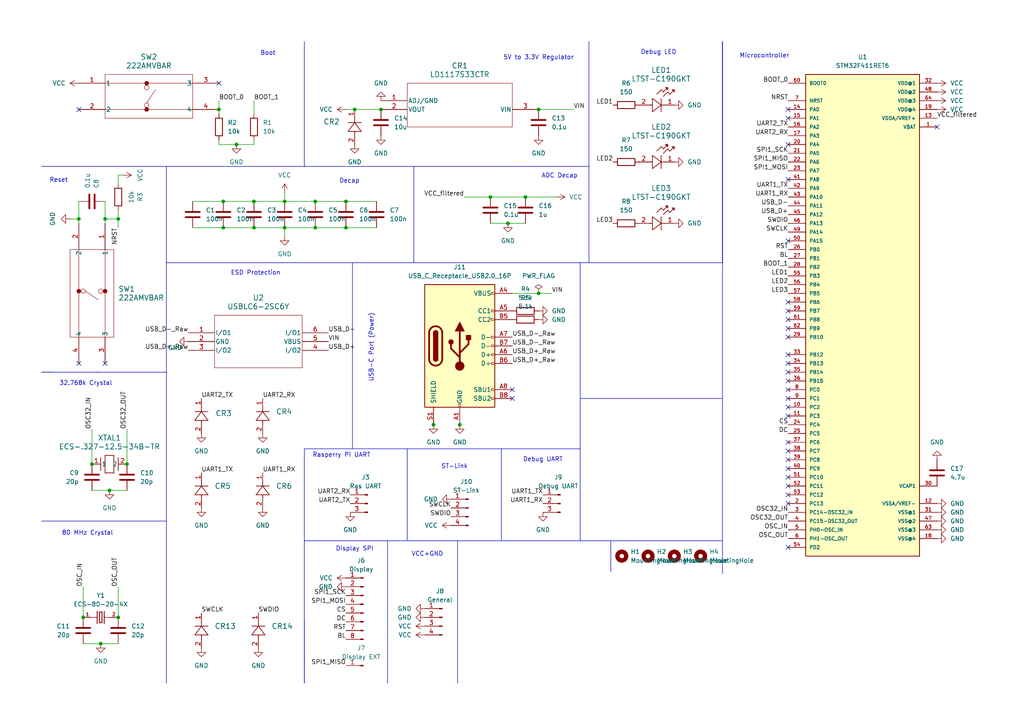
<source format=kicad_sch>
(kicad_sch (version 20250114) (generator "eeschema") (generator_version "9.0")
  (paper "A4")
  (text "Microcontroller" (at 221.742 16.256 0) (effects (font (size 1.27 1.27))))
  (text "Rasperry Pi UART" (at 99.06 132.08 0) (effects (font (size 1.27 1.27))))
  (text "Boot" (at 77.724 15.494 0) (effects (font (size 1.27 1.27))))
  (text "Debug LED" (at 191.008 15.24 0) (effects (font (size 1.27 1.27))))
  (text "32.768k Crystal" (at 24.892 111.252 0) (effects (font (size 1.27 1.27))))
  (text "Reset" (at 17.018 52.324 0) (effects (font (size 1.27 1.27))))
  (text "Debug UART" (at 157.48 133.35 0) (effects (font (size 1.27 1.27))))
  (text "USB-C Port (Power)" (at 107.696 100.838 90) (effects (font (size 1.27 1.27))))
  (text "ADC Decap" (at 162.306 51.054 0) (effects (font (size 1.27 1.27))))
  (text "VCC+GND" (at 123.952 160.782 0) (effects (font (size 1.27 1.27))))
  (text "Display SPI" (at 102.87 159.258 0) (effects (font (size 1.27 1.27))))
  (text "Decap" (at 101.346 52.578 0) (effects (font (size 1.27 1.27))))
  (text "ST-Link" (at 131.826 135.382 0) (effects (font (size 1.27 1.27))))
  (text "ESD Protection" (at 74.168 79.248 0) (effects (font (size 1.27 1.27))))
  (text "5V to 3.3V Regulator" (at 156.21 16.764 0) (effects (font (size 1.27 1.27))))
  (text "80 MHz Crystal" (at 25.4 154.686 0) (effects (font (size 1.27 1.27))))
  (junction (at 63.5 31.75))
  (junction (at 34.29 179.07))
  (junction (at 36.83 134.62))
  (junction (at 34.29 63.5))
  (junction (at 91.44 58.42))
  (junction (at 100.33 58.42))
  (junction (at 30.48 63.5))
  (junction (at 29.21 186.69))
  (junction (at 110.49 31.75))
  (junction (at 24.13 179.07))
  (junction (at 31.75 142.24))
  (junction (at 64.77 66.04))
  (junction (at 73.66 58.42))
  (junction (at 26.67 134.62))
  (junction (at 142.24 57.15))
  (junction (at 125.73 123.19))
  (junction (at 22.86 63.5))
  (junction (at 91.44 66.04))
  (junction (at 152.4 57.15))
  (junction (at 82.55 58.42))
  (junction (at 102.87 31.75))
  (junction (at 68.58 41.91))
  (junction (at 133.35 123.19))
  (junction (at 100.33 66.04))
  (junction (at 82.55 66.04))
  (junction (at 156.21 85.09))
  (junction (at 156.21 31.75))
  (junction (at 64.77 58.42))
  (junction (at 147.32 64.77))
  (junction (at 73.66 66.04))
  (no_connect (at 228.6 120.65))
  (no_connect (at 228.6 158.75))
  (no_connect (at 271.78 36.83))
  (no_connect (at 228.6 34.29))
  (no_connect (at 228.6 31.75))
  (no_connect (at 228.6 135.89))
  (no_connect (at 228.6 90.17))
  (no_connect (at 228.6 41.91))
  (no_connect (at 148.59 115.57))
  (no_connect (at 228.6 128.27))
  (no_connect (at 30.48 105.41))
  (no_connect (at 228.6 118.11))
  (no_connect (at 148.59 113.03))
  (no_connect (at 228.6 69.85))
  (no_connect (at 228.6 110.49))
  (no_connect (at 228.6 138.43))
  (no_connect (at 228.6 87.63))
  (no_connect (at 228.6 113.03))
  (no_connect (at 228.6 105.41))
  (no_connect (at 228.6 133.35))
  (no_connect (at 228.6 146.05))
  (no_connect (at 228.6 97.79))
  (no_connect (at 228.6 102.87))
  (no_connect (at 228.6 115.57))
  (no_connect (at 228.6 95.25))
  (no_connect (at 22.86 105.41))
  (no_connect (at 63.5 24.13))
  (no_connect (at 228.6 52.07))
  (no_connect (at 228.6 130.81))
  (no_connect (at 228.6 107.95))
  (no_connect (at 228.6 143.51))
  (no_connect (at 228.6 140.97))
  (no_connect (at 228.6 92.71))
  (no_connect (at 22.86 31.75))
  (wire (pts (xy 142.24 57.15) (xy 152.4 57.15)))
  (polyline (pts (xy 118.11 130.175) (xy 118.11 156.21)))
  (polyline (pts (xy 12.065 151.13) (xy 48.26 151.13)))
  (polyline (pts (xy 88.265 156.845) (xy 176.53 156.845)))
  (wire (pts (xy 34.29 50.8) (xy 34.29 53.34)))
  (polyline (pts (xy 48.26 48.26) (xy 48.26 76.2)))
  (wire (pts (xy 24.13 186.69) (xy 29.21 186.69)))
  (wire (pts (xy 91.44 66.04) (xy 100.33 66.04)))
  (wire (pts (xy 125.73 121.92) (xy 125.73 123.19)))
  (wire (pts (xy 35.56 50.8) (xy 34.29 50.8)))
  (polyline (pts (xy 88.265 151.765) (xy 88.265 156.845)))
  (polyline (pts (xy 120.015 48.26) (xy 120.015 76.2)))
  (polyline (pts (xy 170.815 48.26) (xy 170.815 76.2)))
  (wire (pts (xy 30.48 63.5) (xy 30.48 64.77)))
  (wire (pts (xy 68.58 41.91) (xy 73.66 41.91)))
  (wire (pts (xy 30.48 63.5) (xy 34.29 63.5)))
  (wire (pts (xy 156.21 31.75) (xy 166.37 31.75)))
  (polyline (pts (xy 145.415 130.175) (xy 168.275 130.175)))
  (polyline (pts (xy 102.235 76.2) (xy 102.235 130.175)))
  (wire (pts (xy 64.77 66.04) (xy 73.66 66.04)))
  (wire (pts (xy 20.32 63.5) (xy 22.86 63.5)))
  (polyline (pts (xy 176.53 156.845) (xy 177.165 156.845)))
  (polyline (pts (xy 27.94 107.95) (xy 48.26 107.95)))
  (polyline (pts (xy 177.165 156.845) (xy 177.165 165.735)))
  (polyline (pts (xy 209.55 117.475) (xy 209.55 166.37)))
  (polyline (pts (xy 48.26 107.95) (xy 48.26 198.12)))
  (polyline (pts (xy 168.275 130.175) (xy 168.275 156.845)))
  (wire (pts (xy 91.44 58.42) (xy 100.33 58.42)))
  (wire (pts (xy 22.86 63.5) (xy 22.86 64.77)))
  (wire (pts (xy 73.66 58.42) (xy 82.55 58.42)))
  (wire (pts (xy 63.5 31.75) (xy 63.5 33.02)))
  (polyline (pts (xy 12.065 107.95) (xy 28.575 107.95)))
  (polyline (pts (xy 152.4 48.26) (xy 170.815 48.26)))
  (wire (pts (xy 55.88 58.42) (xy 64.77 58.42)))
  (polyline (pts (xy 12.065 107.95) (xy 15.24 107.95)))
  (polyline (pts (xy 48.26 76.2) (xy 48.26 107.95)))
  (wire (pts (xy 82.55 55.88) (xy 82.55 58.42)))
  (wire (pts (xy 82.55 66.04) (xy 91.44 66.04)))
  (wire (pts (xy 147.32 64.77) (xy 152.4 64.77)))
  (wire (pts (xy 160.02 85.09) (xy 156.21 85.09)))
  (wire (pts (xy 36.83 124.46) (xy 36.83 134.62)))
  (polyline (pts (xy 118.11 130.175) (xy 145.415 130.175)))
  (wire (pts (xy 22.86 58.42) (xy 22.86 63.5)))
  (wire (pts (xy 64.77 58.42) (xy 73.66 58.42)))
  (wire (pts (xy 24.13 170.18) (xy 24.13 179.07)))
  (wire (pts (xy 156.21 85.09) (xy 148.59 85.09)))
  (wire (pts (xy 34.29 63.5) (xy 34.29 66.04)))
  (wire (pts (xy 26.67 142.24) (xy 31.75 142.24)))
  (wire (pts (xy 34.29 170.18) (xy 34.29 179.07)))
  (wire (pts (xy 26.67 124.46) (xy 26.67 134.62)))
  (wire (pts (xy 100.33 31.75) (xy 102.87 31.75)))
  (polyline (pts (xy 168.275 115.57) (xy 209.55 115.57)))
  (wire (pts (xy 73.66 29.21) (xy 73.66 33.02)))
  (polyline (pts (xy 145.415 130.175) (xy 145.415 156.845)))
  (wire (pts (xy 73.66 41.91) (xy 73.66 40.64)))
  (wire (pts (xy 133.35 121.92) (xy 133.35 123.19)))
  (wire (pts (xy 55.88 66.04) (xy 64.77 66.04)))
  (wire (pts (xy 63.5 41.91) (xy 63.5 40.64)))
  (wire (pts (xy 34.29 60.96) (xy 34.29 63.5)))
  (polyline (pts (xy 209.55 12.065) (xy 209.55 76.2)))
  (wire (pts (xy 100.33 66.04) (xy 109.22 66.04)))
  (polyline (pts (xy 112.395 156.845) (xy 112.395 198.12)))
  (wire (pts (xy 102.87 31.75) (xy 110.49 31.75)))
  (wire (pts (xy 30.48 58.42) (xy 30.48 63.5)))
  (polyline (pts (xy 170.815 12.065) (xy 170.815 48.26)))
  (wire (pts (xy 82.55 66.04) (xy 82.55 68.58)))
  (wire (pts (xy 63.5 41.91) (xy 68.58 41.91)))
  (wire (pts (xy 134.62 57.15) (xy 142.24 57.15)))
  (polyline (pts (xy 12.065 48.26) (xy 88.265 48.26)))
  (polyline (pts (xy 88.265 48.26) (xy 152.4 48.26)))
  (polyline (pts (xy 209.55 12.065) (xy 209.55 117.475)))
  (polyline (pts (xy 177.165 156.845) (xy 209.55 156.845)))
  (polyline (pts (xy 88.265 130.175) (xy 118.11 130.175)))
  (polyline (pts (xy 118.11 156.21) (xy 118.11 156.845)))
  (wire (pts (xy 82.55 58.42) (xy 91.44 58.42)))
  (polyline (pts (xy 88.265 76.2) (xy 168.275 76.2)))
  (polyline (pts (xy 88.265 130.175) (xy 88.265 151.765)))
  (polyline (pts (xy 78.105 76.2) (xy 88.265 76.2)))
  (wire (pts (xy 100.33 58.42) (xy 109.22 58.42)))
  (wire (pts (xy 63.5 29.21) (xy 63.5 31.75)))
  (wire (pts (xy 29.21 186.69) (xy 34.29 186.69)))
  (polyline (pts (xy 88.265 180.34) (xy 88.265 198.12)))
  (polyline (pts (xy 48.26 76.2) (xy 79.375 76.2)))
  (polyline (pts (xy 88.265 156.845) (xy 88.265 198.12)))
  (polyline (pts (xy 132.715 156.845) (xy 132.715 198.12)))
  (wire (pts (xy 142.24 64.77) (xy 147.32 64.77)))
  (polyline (pts (xy 88.265 12.065) (xy 88.265 48.26)))
  (polyline (pts (xy 168.275 76.2) (xy 209.55 76.2)))
  (polyline (pts (xy 168.275 76.2) (xy 168.275 130.175)))
  (wire (pts (xy 152.4 57.15) (xy 161.29 57.15)))
  (wire (pts (xy 31.75 142.24) (xy 36.83 142.24)))
  (wire (pts (xy 73.66 66.04) (xy 82.55 66.04)))
  (label "SWDIO" (at 228.6 64.77 180))
  (label "UART2_RX" (at 76.2 115.57 0))
  (label "USB_D+_Raw" (at 148.59 105.41 0))
  (label "UART2_RX" (at 228.6 39.37 180))
  (label "LED1" (at 228.6 80.01 180))
  (label "SWCLK" (at 58.42 177.8 0))
  (label "BOOT_0" (at 63.5 29.21 0))
  (label "OSC32_IN" (at 26.67 124.46 90))
  (label "UART1_TX" (at 157.48 143.51 180))
  (label "USB_D-_Raw" (at 54.61 96.52 180))
  (label "NRST" (at 34.29 66.04 270))
  (label "NRST" (at 228.6 29.21 180))
  (label "VIN" (at 160.02 85.09 0))
  (label "OSC_IN" (at 228.6 153.67 180))
  (label "LED3" (at 177.8 64.77 180))
  (label "BOOT_1" (at 73.66 29.21 0))
  (label "OSC32_OUT" (at 228.6 151.13 180))
  (label "SPI1_MOSI" (at 100.33 175.26 180))
  (label "SPI1_SCK" (at 228.6 44.45 180))
  (label "DC" (at 228.6 125.73 180))
  (label "UART2_TX" (at 58.42 115.57 0))
  (label "USB_D-" (at 228.6 59.69 180))
  (label "OSC32_IN" (at 228.6 148.59 180))
  (label "VCC_filtered" (at 134.62 57.15 180))
  (label "UART2_TX" (at 228.6 36.83 180))
  (label "USB_D-_Raw" (at 148.59 100.33 0))
  (label "UART1_RX" (at 157.48 146.05 180))
  (label "USB_D+" (at 228.6 62.23 180))
  (label "BL" (at 100.33 185.42 180))
  (label "SPI1_MISO" (at 100.33 193.04 180))
  (label "LED1" (at 177.8 30.48 180))
  (label "USB_D+_Raw" (at 148.59 102.87 0))
  (label "SPI1_MISO" (at 228.6 46.99 180))
  (label "SWCLK" (at 228.6 67.31 180))
  (label "UART1_RX" (at 228.6 57.15 180))
  (label "SWDIO" (at 130.81 149.86 180))
  (label "USB_D-" (at 95.25 96.52 0))
  (label "OSC_OUT" (at 228.6 156.21 180))
  (label "BL" (at 228.6 74.93 180))
  (label "CS" (at 100.33 177.8 180))
  (label "UART1_TX" (at 228.6 54.61 180))
  (label "SWDIO" (at 74.93 177.8 0))
  (label "BOOT_0" (at 228.6 24.13 180))
  (label "USB_D+" (at 95.25 101.6 0))
  (label "SPI1_MOSI" (at 228.6 49.53 180))
  (label "OSC_IN" (at 24.13 170.18 90))
  (label "USB_D-_Raw" (at 148.59 97.79 0))
  (label "BOOT_1" (at 228.6 77.47 180))
  (label "OSC32_OUT" (at 36.83 124.46 90))
  (label "VIN" (at 166.37 31.75 0))
  (label "OSC_OUT" (at 34.29 170.18 90))
  (label "LED2" (at 228.6 82.55 180))
  (label "LED3" (at 228.6 85.09 180))
  (label "UART1_RX" (at 76.2 137.16 0))
  (label "SWCLK" (at 130.81 147.32 180))
  (label "CS" (at 228.6 123.19 180))
  (label "VIN" (at 95.25 99.06 0))
  (label "VCC_filtered" (at 271.78 34.29 0))
  (label "UART2_RX" (at 101.6 143.51 180))
  (label "UART2_TX" (at 101.6 146.05 180))
  (label "SPI1_SCK" (at 100.33 172.72 180))
  (label "RST" (at 100.33 182.88 180))
  (label "LED2" (at 177.8 46.99 180))
  (label "DC" (at 100.33 180.34 180))
  (label "UART1_TX" (at 58.42 137.16 0))
  (label "RST" (at 228.6 72.39 180))
  (label "USB_D+_Raw" (at 54.61 101.6 180))
  (symbol (lib_id "power:VCC") (at 100.33 31.75 90) (unit 1)
    (property "Reference" "#PWR012" (effects (hide yes)))
    (property "Value" "VCC" (at 96.52 31.7499 90) (effects (justify left)))
    (property "Description" "Power symbol creates a global label with name \"VCC\"" (effects (hide yes)))
  )
  (symbol (lib_id "power:GND") (at 82.55 68.58 0) (unit 1)
    (property "Reference" "#PWR04" (effects (hide yes)))
    (property "Value" "GND" (at 82.55 73.66 0))
    (property "Description" "Power symbol creates a global label with name \"GND\" , ground" (effects (hide yes)))
  )
  (symbol (lib_id "Device:C") (at 271.78 137.16 0) (unit 1)
    (property "Reference" "C17" (at 275.59 135.8899 0) (effects (justify left)))
    (property "Value" "4.7u" (at 275.59 138.4299 0) (effects (justify left)))
    (property "Footprint" "Capacitor_SMD:C_0603_1608Metric_Pad1.08x0.95mm_HandSolder" (effects (hide yes)))
    (property "Description" "Unpolarized capacitor" (effects (hide yes)))
  )
  (symbol (lib_id "power:VCC") (at 271.78 24.13 270) (unit 1)
    (property "Reference" "#PWR025" (effects (hide yes)))
    (property "Value" "VCC" (at 275.59 24.1299 90) (effects (justify left)))
    (property "Description" "Power symbol creates a global label with name \"VCC\"" (effects (hide yes)))
  )
  (symbol (lib_id "Connector:Conn_01x04_Pin") (at 128.27 179.07 0) (mirror y) (unit 1)
    (property "Reference" "J8" (at 127.635 171.45 0))
    (property "Value" "General" (at 127.635 173.99 0))
    (property "Footprint" "Connector_PinHeader_2.54mm:PinHeader_1x04_P2.54mm_Vertical" (effects (hide yes)))
    (property "Description" "Generic connector, single row, 01x04, script generated" (effects (hide yes)))
  )
  (symbol (lib_id "Device:C") (at 91.44 62.23 0) (unit 1)
    (property "Reference" "C5" (at 95.25 60.9599 0) (effects (justify left)))
    (property "Value" "100n" (at 95.25 63.4999 0) (effects (justify left)))
    (property "Footprint" "Capacitor_SMD:C_0603_1608Metric_Pad1.08x0.95mm_HandSolder" (effects (hide yes)))
    (property "Description" "Unpolarized capacitor" (effects (hide yes)))
  )
  (symbol (lib_id "power:GND") (at 76.2 147.32 0) (unit 1)
    (property "Reference" "#PWR056" (effects (hide yes)))
    (property "Value" "GND" (at 76.2 152.4 0))
    (property "Description" "Power symbol creates a global label with name \"GND\" , ground" (effects (hide yes)))
  )
  (symbol (lib_id "Device:C") (at 24.13 182.88 0) (mirror y) (unit 1)
    (property "Reference" "C11" (at 20.32 181.6099 0) (effects (justify left)))
    (property "Value" "20p" (at 20.32 184.1499 0) (effects (justify left)))
    (property "Footprint" "Capacitor_SMD:C_0603_1608Metric_Pad1.08x0.95mm_HandSolder" (effects (hide yes)))
    (property "Description" "Unpolarized capacitor" (effects (hide yes)))
  )
  (symbol (lib_id "power:GND") (at 195.58 46.99 90) (unit 1)
    (property "Reference" "#PWR045" (effects (hide yes)))
    (property "Value" "GND" (at 199.39 46.9899 90) (effects (justify right)))
    (property "Description" "Power symbol creates a global label with name \"GND\" , ground" (effects (hide yes)))
  )
  (symbol (lib_id "2025-03-19_21-11-36:LD1117S33CTR") (at 110.49 29.21 0) (unit 1)
    (property "Reference" "CR1" (at 133.35 19.05 0) (effects (font (size 1.524 1.524))))
    (property "Value" "LD1117S33CTR" (at 133.35 21.59 0) (effects (font (size 1.524 1.524))))
    (property "Footprint" "LD1117S33CTR:SOT-223_STM-L" (effects (hide yes)))
    (property "Datasheet" "LD1117S33CTR" (effects (hide yes)))
  )
  (symbol (lib_id "power:VCC") (at 22.86 24.13 90) (unit 1)
    (property "Reference" "#PWR03" (effects (hide yes)))
    (property "Value" "VCC" (at 19.05 24.1299 90) (effects (justify left)))
    (property "Description" "Power symbol creates a global label with name \"VCC\"" (effects (hide yes)))
  )
  (symbol (lib_id "Device:C") (at 100.33 62.23 0) (unit 1)
    (property "Reference" "C6" (at 104.14 60.9599 0) (effects (justify left)))
    (property "Value" "100n" (at 104.14 63.4999 0) (effects (justify left)))
    (property "Footprint" "Capacitor_SMD:C_0603_1608Metric_Pad1.08x0.95mm_HandSolder" (effects (hide yes)))
    (property "Description" "Unpolarized capacitor" (effects (hide yes)))
  )
  (symbol (lib_id "2025-03-21_00-59-48:PESD3V3L1BA_115") (at 76.2 125.73 90) (unit 1)
    (property "Reference" "CR4" (at 80.01 119.3799 90) (effects (font (size 1.524 1.524)) (justify right)))
    (property "Value" "PESD3V3L1BA_115" (effects (hide yes)))
    (property "Footprint" "PESD3V3:DIODE_PESD3V3L1BA_115_NEX-L" (effects (hide yes)))
    (property "Datasheet" "PESD3V3L1BA_115" (effects (hide yes)))
  )
  (symbol (lib_id "power:PWR_FLAG") (at 156.21 85.09 0) (unit 1)
    (property "Reference" "#FLG01" (effects (hide yes)))
    (property "Value" "PWR_FLAG" (at 156.21 80.01 0))
    (property "Description" "Special symbol for telling ERC where power comes from" (effects (hide yes)))
  )
  (symbol (lib_id "power:GND") (at 76.2 125.73 0) (unit 1)
    (property "Reference" "#PWR054" (effects (hide yes)))
    (property "Value" "GND" (at 76.2 130.81 0))
    (property "Description" "Power symbol creates a global label with name \"GND\" , ground" (effects (hide yes)))
  )
  (symbol (lib_id "2025-03-21_00-59-48:PESD3V3L1BA_115") (at 58.42 187.96 90) (unit 1)
    (property "Reference" "CR13" (at 62.23 181.6099 90) (effects (font (size 1.524 1.524)) (justify right)))
    (property "Value" "PESD3V3L1BA_115" (effects (hide yes)))
    (property "Footprint" "PESD3V3:DIODE_PESD3V3L1BA_115_NEX-L" (effects (hide yes)))
    (property "Datasheet" "PESD3V3L1BA_115" (effects (hide yes)))
  )
  (symbol (lib_id "2025-03-20_05-34-50:LTST-C190GKT") (at 185.42 30.48 0) (unit 1)
    (property "Reference" "LED1" (at 191.77 20.32 0) (effects (font (size 1.524 1.524))))
    (property "Value" "LTST-C190GKT" (at 191.77 22.86 0) (effects (font (size 1.524 1.524))))
    (property "Footprint" "LTST_C190GKT:LED_LTST-C190CKT_LTO" (effects (hide yes)))
    (property "Datasheet" "LTST-C190GKT" (effects (hide yes)))
  )
  (symbol (lib_id "power:VCC") (at 271.78 31.75 270) (unit 1)
    (property "Reference" "#PWR030" (effects (hide yes)))
    (property "Value" "VCC" (at 275.59 31.7499 90) (effects (justify left)))
    (property "Description" "Power symbol creates a global label with name \"VCC\"" (effects (hide yes)))
  )
  (symbol (lib_id "power:GND") (at 133.35 123.19 0) (unit 1)
    (property "Reference" "#PWR021" (effects (hide yes)))
    (property "Value" "GND" (at 133.35 128.27 0))
    (property "Description" "Power symbol creates a global label with name \"GND\" , ground" (effects (hide yes)))
  )
  (symbol (lib_id "Connector:Conn_01x03_Pin") (at 162.56 146.05 0) (mirror y) (unit 1)
    (property "Reference" "J9" (at 161.925 138.43 0))
    (property "Value" "Debug UART" (at 161.925 140.97 0))
    (property "Footprint" "Connector_PinHeader_2.54mm:PinHeader_1x03_P2.54mm_Vertical" (effects (hide yes)))
    (property "Description" "Generic connector, single row, 01x03, script generated" (effects (hide yes)))
  )
  (symbol (lib_id "2025-03-21_01-10-42:USBLC6-2SC6Y") (at 54.61 96.52 0) (unit 1)
    (property "Reference" "U2" (at 74.93 86.36 0) (effects (font (size 1.524 1.524))))
    (property "Value" "USBLC6-2SC6Y" (at 74.93 88.9 0) (effects (font (size 1.524 1.524))))
    (property "Footprint" "USBLC6_2SC6Y:SOT23-6L_STM-L" (effects (hide yes)))
    (property "Datasheet" "USBLC6-2SC6Y" (effects (hide yes)))
  )
  (symbol (lib_id "Connector:Conn_01x01_Pin") (at 105.41 193.04 0) (mirror y) (unit 1)
    (property "Reference" "J7" (at 104.775 187.96 0))
    (property "Value" "Display EXT" (at 104.775 190.5 0))
    (property "Footprint" "Connector_PinHeader_2.54mm:PinHeader_1x01_P2.54mm_Vertical" (effects (hide yes)))
    (property "Description" "Generic connector, single row, 01x01, script generated" (effects (hide yes)))
  )
  (symbol (lib_id "power:GND") (at 58.42 147.32 0) (unit 1)
    (property "Reference" "#PWR055" (effects (hide yes)))
    (property "Value" "GND" (at 58.42 152.4 0))
    (property "Description" "Power symbol creates a global label with name \"GND\" , ground" (effects (hide yes)))
  )
  (symbol (lib_id "power:GND") (at 195.58 64.77 90) (unit 1)
    (property "Reference" "#PWR046" (effects (hide yes)))
    (property "Value" "GND" (at 199.39 64.7699 90) (effects (justify right)))
    (property "Description" "Power symbol creates a global label with name \"GND\" , ground" (effects (hide yes)))
  )
  (symbol (lib_id "2025-03-21_00-59-48:PESD3V3L1BA_115") (at 102.87 41.91 270) (mirror x) (unit 1)
    (property "Reference" "CR2" (at 98.552 35.306 90) (effects (font (size 1.524 1.524)) (justify right)))
    (property "Value" "PESD3V3L1BA_115" (effects (hide yes)))
    (property "Footprint" "PESD3V3:DIODE_PESD3V3L1BA_115_NEX-L" (effects (hide yes)))
    (property "Datasheet" "PESD3V3L1BA_115" (effects (hide yes)))
  )
  (symbol (lib_id "Device:C") (at 73.66 62.23 0) (unit 1)
    (property "Reference" "C3" (at 77.47 60.9599 0) (effects (justify left)))
    (property "Value" "100n" (at 77.47 63.4999 0) (effects (justify left)))
    (property "Footprint" "Capacitor_SMD:C_0603_1608Metric_Pad1.08x0.95mm_HandSolder" (effects (hide yes)))
    (property "Description" "Unpolarized capacitor" (effects (hide yes)))
  )
  (symbol (lib_id "2025-03-21_00-59-48:PESD3V3L1BA_115") (at 58.42 147.32 90) (unit 1)
    (property "Reference" "CR5" (at 62.23 140.9699 90) (effects (font (size 1.524 1.524)) (justify right)))
    (property "Value" "PESD3V3L1BA_115" (effects (hide yes)))
    (property "Footprint" "PESD3V3:DIODE_PESD3V3L1BA_115_NEX-L" (effects (hide yes)))
    (property "Datasheet" "PESD3V3L1BA_115" (effects (hide yes)))
  )
  (symbol (lib_id "power:GND") (at 157.48 148.59 0) (unit 1)
    (property "Reference" "#PWR047" (effects (hide yes)))
    (property "Value" "GND" (at 157.48 153.67 0))
    (property "Description" "Power symbol creates a global label with name \"GND\" , ground" (effects (hide yes)))
  )
  (symbol (lib_id "power:GND") (at 101.6 148.59 0) (unit 1)
    (property "Reference" "#PWR035" (effects (hide yes)))
    (property "Value" "GND" (at 101.6 153.67 0))
    (property "Description" "Power symbol creates a global label with name \"GND\" , ground" (effects (hide yes)))
  )
  (symbol (lib_id "STM32F411RET6:STM32F411RET6") (at 251.46 87.63 0) (unit 1)
    (property "Reference" "U1" (at 250.19 16.51 0))
    (property "Value" "STM32F411RET6" (at 250.19 19.05 0))
    (property "Footprint" "STM32F411RE6:QFP50P1200X1200X160-64N" (effects (hide yes)))
    (property "MANUFACTURER" "ST Microelectronics" (effects (hide yes)))
  )
  (symbol (lib_id "Connector:Conn_01x08_Pin") (at 105.41 175.26 0) (mirror y) (unit 1)
    (property "Reference" "J6" (at 104.775 162.56 0))
    (property "Value" "Display" (at 104.775 165.1 0))
    (property "Footprint" "Connector_PinHeader_2.54mm:PinHeader_1x08_P2.54mm_Vertical" (effects (hide yes)))
    (property "Description" "Generic connector, single row, 01x08, script generated" (effects (hide yes)))
  )
  (symbol (lib_id "power:GND") (at 125.73 123.19 0) (unit 1)
    (property "Reference" "#PWR020" (effects (hide yes)))
    (property "Value" "GND" (at 125.73 128.27 0))
    (property "Description" "Power symbol creates a global label with name \"GND\" , ground" (effects (hide yes)))
  )
  (symbol (lib_id "2025-03-20_05-34-50:LTST-C190GKT") (at 185.42 64.77 0) (unit 1)
    (property "Reference" "LED3" (at 191.77 54.61 0) (effects (font (size 1.524 1.524))))
    (property "Value" "LTST-C190GKT" (at 191.77 57.15 0) (effects (font (size 1.524 1.524))))
    (property "Footprint" "LTST_C190GKT:LED_LTST-C190CKT_LTO" (effects (hide yes)))
    (property "Datasheet" "LTST-C190GKT" (effects (hide yes)))
  )
  (symbol (lib_id "power:GND") (at 130.81 144.78 270) (unit 1)
    (property "Reference" "#PWR048" (effects (hide yes)))
    (property "Value" "GND" (at 127 144.7799 90) (effects (justify right)))
    (property "Description" "Power symbol creates a global label with name \"GND\" , ground" (effects (hide yes)))
  )
  (symbol (lib_id "Connector:Conn_01x03_Pin") (at 106.68 146.05 0) (mirror y) (unit 1)
    (property "Reference" "J3" (at 106.045 138.43 0))
    (property "Value" "Ras UART" (at 106.045 140.97 0))
    (property "Footprint" "Connector_PinHeader_2.54mm:PinHeader_1x03_P2.54mm_Vertical" (effects (hide yes)))
    (property "Description" "Generic connector, single row, 01x03, script generated" (effects (hide yes)))
  )
  (symbol (lib_id "power:GND") (at 271.78 151.13 90) (unit 1)
    (property "Reference" "#PWR014" (effects (hide yes)))
    (property "Value" "GND" (at 275.59 151.1299 90) (effects (justify right)))
    (property "Description" "Power symbol creates a global label with name \"GND\" , ground" (effects (hide yes)))
  )
  (symbol (lib_id "ECS-80-20-4X:ECS-80-20-4X") (at 29.21 179.07 0) (unit 1)
    (property "Reference" "Y1" (at 29.21 172.72 0))
    (property "Value" "ECS-80-20-4X" (at 29.21 175.26 0))
    (property "Footprint" "ECS_80:XTAL_ECS-80-20-4X" (effects (hide yes)))
    (property "MANUFACTURER" "ECS Inc." (effects (hide yes)))
  )
  (symbol (lib_id "Device:C") (at 64.77 62.23 0) (unit 1)
    (property "Reference" "C2" (at 68.58 60.9599 0) (effects (justify left)))
    (property "Value" "100n" (at 68.58 63.4999 0) (effects (justify left)))
    (property "Footprint" "Capacitor_SMD:C_0603_1608Metric_Pad1.08x0.95mm_HandSolder" (effects (hide yes)))
    (property "Description" "Unpolarized capacitor" (effects (hide yes)))
  )
  (symbol (lib_id "Device:C") (at 110.49 35.56 0) (unit 1)
    (property "Reference" "C14" (at 114.3 34.2899 0) (effects (justify left)))
    (property "Value" "10u" (at 114.3 36.8299 0) (effects (justify left)))
    (property "Footprint" "Capacitor_SMD:C_0805_2012Metric_Pad1.18x1.45mm_HandSolder" (effects (hide yes)))
    (property "Description" "Unpolarized capacitor" (effects (hide yes)))
  )
  (symbol (lib_id "2025-03-21_00-59-48:PESD3V3L1BA_115") (at 74.93 187.96 90) (unit 1)
    (property "Reference" "CR14" (at 78.74 181.6099 90) (effects (font (size 1.524 1.524)) (justify right)))
    (property "Value" "PESD3V3L1BA_115" (effects (hide yes)))
    (property "Footprint" "PESD3V3:DIODE_PESD3V3L1BA_115_NEX-L" (effects (hide yes)))
    (property "Datasheet" "PESD3V3L1BA_115" (effects (hide yes)))
  )
  (symbol (lib_id "power:GND") (at 54.61 99.06 270) (unit 1)
    (property "Reference" "#PWR052" (effects (hide yes)))
    (property "Value" "GND" (at 52.832 100.838 90) (effects (justify right)))
    (property "Description" "Power symbol creates a global label with name \"GND\" , ground" (effects (hide yes)))
  )
  (symbol (lib_id "power:GND") (at 271.78 153.67 90) (unit 1)
    (property "Reference" "#PWR015" (effects (hide yes)))
    (property "Value" "GND" (at 275.59 153.6699 90) (effects (justify right)))
    (property "Description" "Power symbol creates a global label with name \"GND\" , ground" (effects (hide yes)))
  )
  (symbol (lib_id "Mechanical:MountingHole") (at 180.34 161.29 0) (unit 1) (exclude_from_sim yes) (in_bom no)
    (property "Reference" "H1" (at 182.88 160.0199 0) (effects (justify left)))
    (property "Value" "MountingHole" (at 182.88 162.5599 0) (effects (justify left)))
    (property "Footprint" "MountingHole:MountingHole_3.2mm_M3" (effects (hide yes)))
    (property "Description" "Mounting Hole without connection" (effects (hide yes)))
  )
  (symbol (lib_id "Device:C") (at 152.4 60.96 0) (unit 1)
    (property "Reference" "C16" (at 156.21 59.6899 0) (effects (justify left)))
    (property "Value" "1u" (at 156.21 62.2299 0) (effects (justify left)))
    (property "Footprint" "Capacitor_SMD:C_0603_1608Metric_Pad1.08x0.95mm_HandSolder" (effects (hide yes)))
    (property "Description" "Unpolarized capacitor" (effects (hide yes)))
  )
  (symbol (lib_id "power:GND") (at 123.19 179.07 270) (unit 1)
    (property "Reference" "#PWR041" (effects (hide yes)))
    (property "Value" "GND" (at 119.38 179.0699 90) (effects (justify right)))
    (property "Description" "Power symbol creates a global label with name \"GND\" , ground" (effects (hide yes)))
  )
  (symbol (lib_id "Device:C") (at 34.29 182.88 0) (unit 1)
    (property "Reference" "C12" (at 38.1 181.6099 0) (effects (justify left)))
    (property "Value" "20p" (at 38.1 184.1499 0) (effects (justify left)))
    (property "Footprint" "Capacitor_SMD:C_0603_1608Metric_Pad1.08x0.95mm_HandSolder" (effects (hide yes)))
    (property "Description" "Unpolarized capacitor" (effects (hide yes)))
  )
  (symbol (lib_id "power:GND") (at 156.21 90.17 90) (unit 1)
    (property "Reference" "#PWR022" (effects (hide yes)))
    (property "Value" "GND" (at 160.02 90.1699 90) (effects (justify right)))
    (property "Description" "Power symbol creates a global label with name \"GND\" , ground" (effects (hide yes)))
  )
  (symbol (lib_id "power:GND") (at 195.58 30.48 90) (unit 1)
    (property "Reference" "#PWR044" (effects (hide yes)))
    (property "Value" "GND" (at 199.39 30.4799 90) (effects (justify right)))
    (property "Description" "Power symbol creates a global label with name \"GND\" , ground" (effects (hide yes)))
  )
  (symbol (lib_id "Device:C") (at 36.83 138.43 0) (unit 1)
    (property "Reference" "C10" (at 40.64 137.1599 0) (effects (justify left)))
    (property "Value" "20p" (at 40.64 139.6999 0) (effects (justify left)))
    (property "Footprint" "Capacitor_SMD:C_0603_1608Metric_Pad1.08x0.95mm_HandSolder" (effects (hide yes)))
    (property "Description" "Unpolarized capacitor" (effects (hide yes)))
  )
  (symbol (lib_id "2025-03-21_06-46-57:222AMVBAR") (at 22.86 26.67 0) (unit 1)
    (property "Reference" "SW2" (at 43.18 16.51 0) (effects (font (size 1.524 1.524))))
    (property "Value" "222AMVBAR" (at 43.18 19.05 0) (effects (font (size 1.524 1.524))))
    (property "Footprint" "222AMVBAR:SO4_222A-M-V-B_CTS" (effects (hide yes)))
    (property "Datasheet" "222AMVBAR" (effects (hide yes)))
  )
  (symbol (lib_id "Device:R") (at 152.4 90.17 90) (unit 1)
    (property "Reference" "R4" (at 152.4 83.82 90))
    (property "Value" "5.1k" (at 152.4 86.36 90))
    (property "Footprint" "Resistor_SMD:R_0805_2012Metric_Pad1.20x1.40mm_HandSolder" (effects (hide yes)))
    (property "Description" "Resistor" (effects (hide yes)))
  )
  (symbol (lib_id "2025-03-20_05-34-50:LTST-C190GKT") (at 185.42 46.99 0) (unit 1)
    (property "Reference" "LED2" (at 191.77 36.83 0) (effects (font (size 1.524 1.524))))
    (property "Value" "LTST-C190GKT" (at 191.77 39.37 0) (effects (font (size 1.524 1.524))))
    (property "Footprint" "LTST_C190GKT:LED_LTST-C190CKT_LTO" (effects (hide yes)))
    (property "Datasheet" "LTST-C190GKT" (effects (hide yes)))
  )
  (symbol (lib_id "power:GND") (at 68.58 41.91 0) (unit 1)
    (property "Reference" "#PWR01" (effects (hide yes)))
    (property "Value" "GND" (at 68.58 46.99 0))
    (property "Description" "Power symbol creates a global label with name \"GND\" , ground" (effects (hide yes)))
  )
  (symbol (lib_id "Connector:USB_C_Receptacle_USB2.0_16P") (at 133.35 100.33 0) (unit 1)
    (property "Reference" "J11" (at 133.35 77.47 0))
    (property "Value" "USB_C_Receptacle_USB2.0_16P" (at 133.35 80.01 0))
    (property "Footprint" "Connector_USB:USB_C_Receptacle_GCT_USB4105-xx-A_16P_TopMnt_Horizontal" (effects (hide yes)))
    (property "Datasheet" "https://www.usb.org/sites/default/files/documents/usb_type-c.zip" (effects (hide yes)))
    (property "Description" "USB 2.0-only 16P Type-C Receptacle connector" (effects (hide yes)))
  )
  (symbol (lib_id "Device:C") (at 55.88 62.23 0) (unit 1)
    (property "Reference" "C1" (at 59.69 60.9599 0) (effects (justify left)))
    (property "Value" "100n" (at 59.69 63.4999 0) (effects (justify left)))
    (property "Footprint" "Capacitor_SMD:C_0603_1608Metric_Pad1.08x0.95mm_HandSolder" (effects (hide yes)))
    (property "Description" "Unpolarized capacitor" (effects (hide yes)))
  )
  (symbol (lib_id "power:GND") (at 110.49 29.21 0) (mirror x) (unit 1)
    (property "Reference" "#PWR09" (effects (hide yes)))
    (property "Value" "GND" (at 110.49 24.13 0))
    (property "Description" "Power symbol creates a global label with name \"GND\" , ground" (effects (hide yes)))
  )
  (symbol (lib_id "Device:C") (at 156.21 35.56 0) (unit 1)
    (property "Reference" "C13" (at 160.02 34.2899 0) (effects (justify left)))
    (property "Value" "0.1u" (at 160.02 36.8299 0) (effects (justify left)))
    (property "Footprint" "Capacitor_SMD:C_0603_1608Metric_Pad1.08x0.95mm_HandSolder" (effects (hide yes)))
    (property "Description" "Unpolarized capacitor" (effects (hide yes)))
  )
  (symbol (lib_id "power:GND") (at 29.21 186.69 0) (unit 1)
    (property "Reference" "#PWR08" (effects (hide yes)))
    (property "Value" "GND" (at 29.21 191.77 0))
    (property "Description" "Power symbol creates a global label with name \"GND\" , ground" (effects (hide yes)))
  )
  (symbol (lib_id "power:GND") (at 100.33 170.18 270) (unit 1)
    (property "Reference" "#PWR039" (effects (hide yes)))
    (property "Value" "GND" (at 96.52 170.1799 90) (effects (justify right)))
    (property "Description" "Power symbol creates a global label with name \"GND\" , ground" (effects (hide yes)))
  )
  (symbol (lib_id "power:VCC") (at 100.33 167.64 90) (unit 1)
    (property "Reference" "#PWR038" (effects (hide yes)))
    (property "Value" "VCC" (at 96.52 167.6399 90) (effects (justify left)))
    (property "Description" "Power symbol creates a global label with name \"VCC\"" (effects (hide yes)))
  )
  (symbol (lib_id "power:GND") (at 31.75 142.24 0) (unit 1)
    (property "Reference" "#PWR07" (effects (hide yes)))
    (property "Value" "GND" (at 31.75 147.32 0))
    (property "Description" "Power symbol creates a global label with name \"GND\" , ground" (effects (hide yes)))
  )
  (symbol (lib_id "power:VCC") (at 271.78 29.21 270) (unit 1)
    (property "Reference" "#PWR027" (effects (hide yes)))
    (property "Value" "VCC" (at 275.59 29.2099 90) (effects (justify left)))
    (property "Description" "Power symbol creates a global label with name \"VCC\"" (effects (hide yes)))
  )
  (symbol (lib_id "power:VCC") (at 271.78 26.67 270) (unit 1)
    (property "Reference" "#PWR026" (effects (hide yes)))
    (property "Value" "VCC" (at 275.59 26.6699 90) (effects (justify left)))
    (property "Description" "Power symbol creates a global label with name \"VCC\"" (effects (hide yes)))
  )
  (symbol (lib_id "power:VCC") (at 123.19 181.61 90) (unit 1)
    (property "Reference" "#PWR042" (effects (hide yes)))
    (property "Value" "VCC" (at 119.38 181.6099 90) (effects (justify left)))
    (property "Description" "Power symbol creates a global label with name \"VCC\"" (effects (hide yes)))
  )
  (symbol (lib_id "power:GND") (at 102.87 41.91 0) (unit 1)
    (property "Reference" "#PWR051" (effects (hide yes)))
    (property "Value" "GND" (at 102.87 46.99 0))
    (property "Description" "Power symbol creates a global label with name \"GND\" , ground" (effects (hide yes)))
  )
  (symbol (lib_id "power:GND") (at 156.21 92.71 90) (unit 1)
    (property "Reference" "#PWR023" (effects (hide yes)))
    (property "Value" "GND" (at 160.02 92.7099 90) (effects (justify right)))
    (property "Description" "Power symbol creates a global label with name \"GND\" , ground" (effects (hide yes)))
  )
  (symbol (lib_id "power:VCC") (at 123.19 184.15 90) (unit 1)
    (property "Reference" "#PWR043" (effects (hide yes)))
    (property "Value" "VCC" (at 119.38 184.1499 90) (effects (justify left)))
    (property "Description" "Power symbol creates a global label with name \"VCC\"" (effects (hide yes)))
  )
  (symbol (lib_id "power:GND") (at 123.19 176.53 270) (unit 1)
    (property "Reference" "#PWR040" (effects (hide yes)))
    (property "Value" "GND" (at 119.38 176.5299 90) (effects (justify right)))
    (property "Description" "Power symbol creates a global label with name \"GND\" , ground" (effects (hide yes)))
  )
  (symbol (lib_id "Mechanical:MountingHole") (at 187.96 161.29 0) (unit 1) (exclude_from_sim yes) (in_bom no)
    (property "Reference" "H2" (at 190.5 160.0199 0) (effects (justify left)))
    (property "Value" "MountingHole" (at 190.5 162.5599 0) (effects (justify left)))
    (property "Footprint" "MountingHole:MountingHole_3.2mm_M3" (effects (hide yes)))
    (property "Description" "Mounting Hole without connection" (effects (hide yes)))
  )
  (symbol (lib_id "Device:R") (at 181.61 64.77 90) (unit 1)
    (property "Reference" "R8" (at 181.61 58.42 90))
    (property "Value" "150" (at 181.61 60.96 90))
    (property "Footprint" "Resistor_SMD:R_0805_2012Metric_Pad1.20x1.40mm_HandSolder" (effects (hide yes)))
    (property "Description" "Resistor" (effects (hide yes)))
  )
  (symbol (lib_id "power:VCC") (at 82.55 55.88 0) (unit 1)
    (property "Reference" "#PWR02" (effects (hide yes)))
    (property "Value" "VCC" (at 82.55 50.8 0))
    (property "Description" "Power symbol creates a global label with name \"VCC\"" (effects (hide yes)))
  )
  (symbol (lib_id "Device:R") (at 181.61 46.99 90) (unit 1)
    (property "Reference" "R7" (at 181.61 40.64 90))
    (property "Value" "150" (at 181.61 43.18 90))
    (property "Footprint" "Resistor_SMD:R_0805_2012Metric_Pad1.20x1.40mm_HandSolder" (effects (hide yes)))
    (property "Description" "Resistor" (effects (hide yes)))
  )
  (symbol (lib_id "power:GND") (at 271.78 156.21 90) (unit 1)
    (property "Reference" "#PWR016" (effects (hide yes)))
    (property "Value" "GND" (at 275.59 156.2099 90) (effects (justify right)))
    (property "Description" "Power symbol creates a global label with name \"GND\" , ground" (effects (hide yes)))
  )
  (symbol (lib_id "Connector:Conn_01x04_Pin") (at 135.89 147.32 0) (mirror y) (unit 1)
    (property "Reference" "J10" (at 135.255 139.7 0))
    (property "Value" "ST-Link" (at 135.255 142.24 0))
    (property "Footprint" "Connector_PinHeader_2.54mm:PinHeader_1x04_P2.54mm_Vertical" (effects (hide yes)))
    (property "Description" "Generic connector, single row, 01x04, script generated" (effects (hide yes)))
  )
  (symbol (lib_id "Device:C") (at 142.24 60.96 0) (unit 1)
    (property "Reference" "C15" (at 146.05 59.6899 0) (effects (justify left)))
    (property "Value" "0.1u" (at 146.05 62.2299 0) (effects (justify left)))
    (property "Footprint" "Capacitor_SMD:C_0603_1608Metric_Pad1.08x0.95mm_HandSolder" (effects (hide yes)))
    (property "Description" "Unpolarized capacitor" (effects (hide yes)))
  )
  (symbol (lib_id "power:GND") (at 110.49 39.37 0) (unit 1)
    (property "Reference" "#PWR010" (effects (hide yes)))
    (property "Value" "GND" (at 110.49 44.45 0))
    (property "Description" "Power symbol creates a global label with name \"GND\" , ground" (effects (hide yes)))
  )
  (symbol (lib_id "power:GND") (at 156.21 39.37 0) (unit 1)
    (property "Reference" "#PWR011" (effects (hide yes)))
    (property "Value" "GND" (at 156.21 44.45 0))
    (property "Description" "Power symbol creates a global label with name \"GND\" , ground" (effects (hide yes)))
  )
  (symbol (lib_id "Device:C") (at 109.22 62.23 0) (unit 1)
    (property "Reference" "C7" (at 113.03 60.9599 0) (effects (justify left)))
    (property "Value" "100n" (at 113.03 63.4999 0) (effects (justify left)))
    (property "Footprint" "Capacitor_SMD:C_0603_1608Metric_Pad1.08x0.95mm_HandSolder" (effects (hide yes)))
    (property "Description" "Unpolarized capacitor" (effects (hide yes)))
  )
  (symbol (lib_id "power:GND") (at 74.93 187.96 0) (unit 1)
    (property "Reference" "#PWR064" (effects (hide yes)))
    (property "Value" "GND" (at 74.93 193.04 0))
    (property "Description" "Power symbol creates a global label with name \"GND\" , ground" (effects (hide yes)))
  )
  (symbol (lib_id "2025-03-20_23-00-14:ECS-.327-12.5-34B-TR") (at 26.67 134.62 0) (unit 1)
    (property "Reference" "XTAL1" (at 31.75 127 0) (effects (font (size 1.524 1.524))))
    (property "Value" "ECS-.327-12.5-34B-TR" (at 31.75 129.54 0) (effects (font (size 1.524 1.524))))
    (property "Footprint" "ECS_327:XTAL_ECS-31B_ECS-L" (effects (hide yes)))
    (property "Datasheet" "ECS-.327-12.5-34B-TR" (effects (hide yes)))
  )
  (symbol (lib_id "power:GND") (at 271.78 133.35 180) (unit 1)
    (property "Reference" "#PWR018" (effects (hide yes)))
    (property "Value" "GND" (at 271.78 128.27 0))
    (property "Description" "Power symbol creates a global label with name \"GND\" , ground" (effects (hide yes)))
  )
  (symbol (lib_id "Device:R") (at 73.66 36.83 0) (unit 1)
    (property "Reference" "R1" (at 76.2 35.5599 0) (effects (justify left)))
    (property "Value" "10k" (at 76.2 38.0999 0) (effects (justify left)))
    (property "Footprint" "Resistor_SMD:R_0805_2012Metric_Pad1.20x1.40mm_HandSolder" (effects (hide yes)))
    (property "Description" "Resistor" (effects (hide yes)))
  )
  (symbol (lib_id "power:GND") (at 58.42 125.73 0) (unit 1)
    (property "Reference" "#PWR053" (effects (hide yes)))
    (property "Value" "GND" (at 58.42 130.81 0))
    (property "Description" "Power symbol creates a global label with name \"GND\" , ground" (effects (hide yes)))
  )
  (symbol (lib_id "Device:C") (at 26.67 138.43 0) (mirror y) (unit 1)
    (property "Reference" "C9" (at 22.86 137.1599 0) (effects (justify left)))
    (property "Value" "20p" (at 22.86 139.6999 0) (effects (justify left)))
    (property "Footprint" "Capacitor_SMD:C_0603_1608Metric_Pad1.08x0.95mm_HandSolder" (effects (hide yes)))
    (property "Description" "Unpolarized capacitor" (effects (hide yes)))
  )
  (symbol (lib_id "power:GND") (at 58.42 187.96 0) (unit 1)
    (property "Reference" "#PWR063" (effects (hide yes)))
    (property "Value" "GND" (at 58.42 193.04 0))
    (property "Description" "Power symbol creates a global label with name \"GND\" , ground" (effects (hide yes)))
  )
  (symbol (lib_id "Device:R") (at 34.29 57.15 180) (unit 1)
    (property "Reference" "R3" (at 40.64 57.15 90))
    (property "Value" "10k" (at 38.1 57.15 90))
    (property "Footprint" "Resistor_SMD:R_0805_2012Metric_Pad1.20x1.40mm_HandSolder" (effects (hide yes)))
    (property "Description" "Resistor" (effects (hide yes)))
  )
  (symbol (lib_id "2025-03-21_00-59-48:PESD3V3L1BA_115") (at 76.2 147.32 90) (unit 1)
    (property "Reference" "CR6" (at 80.01 140.9699 90) (effects (font (size 1.524 1.524)) (justify right)))
    (property "Value" "PESD3V3L1BA_115" (effects (hide yes)))
    (property "Footprint" "PESD3V3:DIODE_PESD3V3L1BA_115_NEX-L" (effects (hide yes)))
    (property "Datasheet" "PESD3V3L1BA_115" (effects (hide yes)))
  )
  (symbol (lib_id "power:GND") (at 20.32 63.5 270) (unit 1)
    (property "Reference" "#PWR06" (effects (hide yes)))
    (property "Value" "GND" (at 15.24 63.5 0))
    (property "Description" "Power symbol creates a global label with name \"GND\" , ground" (effects (hide yes)))
  )
  (symbol (lib_id "power:GND") (at 271.78 146.05 90) (unit 1)
    (property "Reference" "#PWR017" (effects (hide yes)))
    (property "Value" "GND" (at 275.59 146.0499 90) (effects (justify right)))
    (property "Description" "Power symbol creates a global label with name \"GND\" , ground" (effects (hide yes)))
  )
  (symbol (lib_id "Device:R") (at 181.61 30.48 90) (unit 1)
    (property "Reference" "R6" (at 181.61 24.13 90))
    (property "Value" "150" (at 181.61 26.67 90))
    (property "Footprint" "Resistor_SMD:R_0805_2012Metric_Pad1.20x1.40mm_HandSolder" (effects (hide yes)))
    (property "Description" "Resistor" (effects (hide yes)))
  )
  (symbol (lib_id "Device:R") (at 152.4 92.71 90) (unit 1)
    (property "Reference" "R5" (at 152.4 86.36 90))
    (property "Value" "5.1k" (at 152.4 88.9 90))
    (property "Footprint" "Resistor_SMD:R_0805_2012Metric_Pad1.20x1.40mm_HandSolder" (effects (hide yes)))
    (property "Description" "Resistor" (effects (hide yes)))
  )
  (symbol (lib_id "Device:C") (at 82.55 62.23 0) (unit 1)
    (property "Reference" "C4" (at 86.36 60.9599 0) (effects (justify left)))
    (property "Value" "100n" (at 86.36 63.4999 0) (effects (justify left)))
    (property "Footprint" "Capacitor_SMD:C_0603_1608Metric_Pad1.08x0.95mm_HandSolder" (effects (hide yes)))
    (property "Description" "Unpolarized capacitor" (effects (hide yes)))
  )
  (symbol (lib_id "2025-03-21_06-46-57:222AMVBAR") (at 27.94 64.77 270) (unit 1)
    (property "Reference" "SW1" (at 34.29 83.8199 90) (effects (font (size 1.524 1.524)) (justify left)))
    (property "Value" "222AMVBAR" (at 34.29 86.3599 90) (effects (font (size 1.524 1.524)) (justify left)))
    (property "Footprint" "222AMVBAR:SO4_222A-M-V-B_CTS" (effects (hide yes)))
    (property "Datasheet" "222AMVBAR" (effects (hide yes)))
  )
  (symbol (lib_id "Mechanical:MountingHole") (at 203.2 161.29 0) (unit 1) (exclude_from_sim yes) (in_bom no)
    (property "Reference" "H4" (at 205.74 160.0199 0) (effects (justify left)))
    (property "Value" "MountingHole" (at 205.74 162.5599 0) (effects (justify left)))
    (property "Footprint" "MountingHole:MountingHole_3.2mm_M3" (effects (hide yes)))
    (property "Description" "Mounting Hole without connection" (effects (hide yes)))
  )
  (symbol (lib_id "Mechanical:MountingHole") (at 195.58 161.29 0) (unit 1) (exclude_from_sim yes) (in_bom no)
    (property "Reference" "H3" (at 198.12 160.0199 0) (effects (justify left)))
    (property "Value" "MountingHole" (at 198.12 162.5599 0) (effects (justify left)))
    (property "Footprint" "MountingHole:MountingHole_3.2mm_M3" (effects (hide yes)))
    (property "Description" "Mounting Hole without connection" (effects (hide yes)))
  )
  (symbol (lib_id "Device:C") (at 26.67 58.42 270) (mirror x) (unit 1)
    (property "Reference" "C8" (at 27.9401 54.61 0) (effects (justify left)))
    (property "Value" "0.1u" (at 25.4001 54.61 0) (effects (justify left)))
    (property "Footprint" "Capacitor_SMD:C_0603_1608Metric_Pad1.08x0.95mm_HandSolder" (effects (hide yes)))
    (property "Description" "Unpolarized capacitor" (effects (hide yes)))
  )
  (symbol (lib_id "power:GND") (at 147.32 64.77 0) (unit 1)
    (property "Reference" "#PWR019" (effects (hide yes)))
    (property "Value" "GND" (at 147.32 69.85 0))
    (property "Description" "Power symbol creates a global label with name \"GND\" , ground" (effects (hide yes)))
  )
  (symbol (lib_id "power:VCC") (at 130.81 152.4 90) (unit 1)
    (property "Reference" "#PWR069" (effects (hide yes)))
    (property "Value" "VCC" (at 127 152.3999 90) (effects (justify left)))
    (property "Description" "Power symbol creates a global label with name \"VCC\"" (effects (hide yes)))
  )
  (symbol (lib_id "Device:R") (at 63.5 36.83 0) (unit 1)
    (property "Reference" "R2" (at 66.04 35.5599 0) (effects (justify left)))
    (property "Value" "10k" (at 66.04 38.0999 0) (effects (justify left)))
    (property "Footprint" "Resistor_SMD:R_0805_2012Metric_Pad1.20x1.40mm_HandSolder" (effects (hide yes)))
    (property "Description" "Resistor" (effects (hide yes)))
  )
  (symbol (lib_id "power:VCC") (at 35.56 50.8 270) (unit 1)
    (property "Reference" "#PWR05" (effects (hide yes)))
    (property "Value" "VCC" (at 40.64 50.8 0))
    (property "Description" "Power symbol creates a global label with name \"VCC\"" (effects (hide yes)))
  )
  (symbol (lib_id "2025-03-21_00-59-48:PESD3V3L1BA_115") (at 58.42 125.73 90) (unit 1)
    (property "Reference" "CR3" (at 62.484 119.888 90) (effects (font (size 1.524 1.524)) (justify right)))
    (property "Value" "PESD3V3L1BA_115" (effects (hide yes)))
    (property "Footprint" "PESD3V3:DIODE_PESD3V3L1BA_115_NEX-L" (effects (hide yes)))
    (property "Datasheet" "PESD3V3L1BA_115" (effects (hide yes)))
  )
  (symbol (lib_id "power:GND") (at 271.78 148.59 90) (unit 1)
    (property "Reference" "#PWR013" (effects (hide yes)))
    (property "Value" "GND" (at 275.59 148.5899 90) (effects (justify right)))
    (property "Description" "Power symbol creates a global label with name \"GND\" , ground" (effects (hide yes)))
  )
  (symbol (lib_id "power:VCC") (at 161.29 57.15 270) (unit 1)
    (property "Reference" "#PWR024" (effects (hide yes)))
    (property "Value" "VCC" (at 165.1 57.1499 90) (effects (justify left)))
    (property "Description" "Power symbol creates a global label with name \"VCC\"" (effects (hide yes)))
  )
)
</source>
